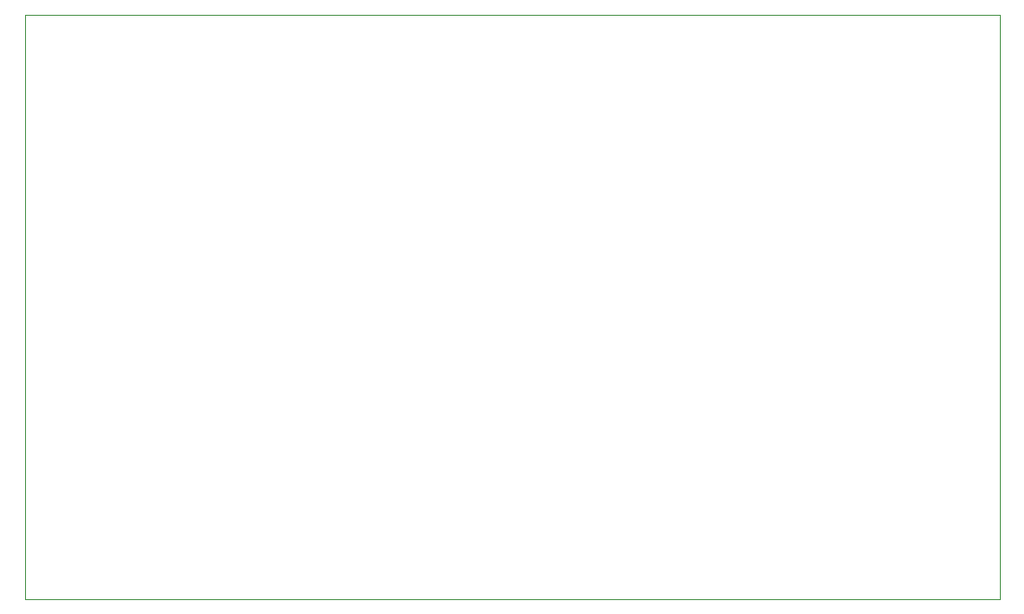
<source format=gm1>
G04 #@! TF.GenerationSoftware,KiCad,Pcbnew,(5.1.10)-1*
G04 #@! TF.CreationDate,2021-11-08T21:38:05-05:00*
G04 #@! TF.ProjectId,SmartLights,536d6172-744c-4696-9768-74732e6b6963,rev?*
G04 #@! TF.SameCoordinates,Original*
G04 #@! TF.FileFunction,Profile,NP*
%FSLAX46Y46*%
G04 Gerber Fmt 4.6, Leading zero omitted, Abs format (unit mm)*
G04 Created by KiCad (PCBNEW (5.1.10)-1) date 2021-11-08 21:38:05*
%MOMM*%
%LPD*%
G01*
G04 APERTURE LIST*
G04 #@! TA.AperFunction,Profile*
%ADD10C,0.050000*%
G04 #@! TD*
G04 APERTURE END LIST*
D10*
X68580000Y-121920000D02*
X68580000Y-68580000D01*
X157480000Y-121920000D02*
X68580000Y-121920000D01*
X157480000Y-68580000D02*
X157480000Y-121920000D01*
X68580000Y-68580000D02*
X157480000Y-68580000D01*
M02*

</source>
